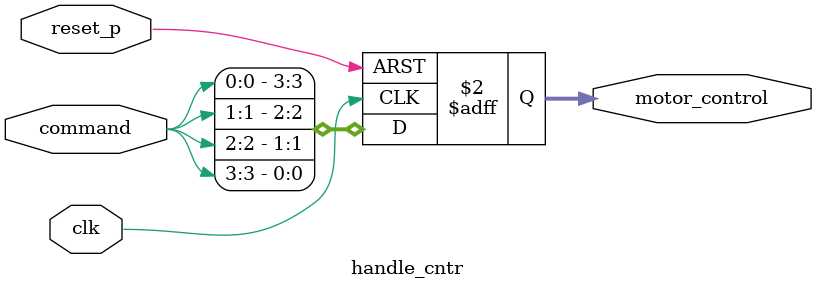
<source format=v>
`timescale 1ns / 1ps


module fnd_cntr(
    input clk, reset_p,
    input [15:0] fnd_value,
    input hex_bcd,
    output [7:0] seg_7,
    output [3:0] com);
    
    wire [15:0] bcd_value;
    bin_to_dec bcd(.bin(fnd_value[11:0]), .bcd(bcd_value));
    
    reg [16:0] clk_div;
    always @(posedge clk)clk_div = clk_div + 1;
    
    anode_selector ring_com(
        .scan_count(clk_div[16:15]), .an_out(com));
    reg [3:0] digit_value; 
    wire [15:0] out_value;
    assign out_value = hex_bcd ? fnd_value : bcd_value;   
    always @(posedge clk or posedge reset_p)begin
        if(reset_p)begin
            digit_value = 0;
        end
        else begin
            case(com)
                4'b1110 : digit_value = out_value[3:0];
                4'b1101 : digit_value = out_value[7:4];
                4'b1011 : digit_value = out_value[11:8];
                4'b0111 : digit_value = out_value[15:12];
            endcase
        end
    end
    seg_decoder dec(.digit_in(digit_value), .seg_out(seg_7));
endmodule

module debounce (
    input clk,
    input btn_in,
    output reg btn_out
);

    reg [15:0] count;
    reg btn_sync_0, btn_sync_1;
    wire stable = (count == 16'hFFFF);

    always @(posedge clk) begin
        btn_sync_0 <= btn_in;
        btn_sync_1 <= btn_sync_0;
    end

    always @(posedge clk) begin
        if(btn_sync_1 == btn_out) begin
            count <= 0;
        end else begin
            count <= count + 1;
            if(stable)
                btn_out <= btn_sync_1;
        end
    end

endmodule

module btn_cntr(
    input clk, reset_p,
    input btn,
    output btn_pedge, btn_nedge);
    wire debounced_btn;
    debounce btn_0(.clk(clk), .btn_in(btn), .btn_out(debounced_btn));
    
    edge_detector_p btn_ed(
        .clk(clk), .reset_p(reset_p), .cp(debounced_btn),
        .p_edge(btn_pedge), .n_edge(btn_nedge));

endmodule

module dht11_cntr(
    input clk, reset_p,
    inout dht11_data,
    output reg [7:0] humidity, temperature,
    output [15:0] led);

    localparam S_IDLE       = 6'b00_0001;
    localparam S_LOW_18MS   = 6'b00_0010;
    localparam S_HIGH_20US  = 6'b00_0100;
    localparam S_LOW_80US   = 6'b00_1000;
    localparam S_HIGH_80US  = 6'b01_0000;
    localparam S_READ_DATA  = 6'b10_0000;
    
    localparam S_WAIT_PEDGE = 2'b01;
    localparam S_WAIT_NEDGE = 2'b10;
    
    wire clk_usec_nedge;
    clock_div_100 us_clk(.clk(clk), .reset_p(reset_p),
        .nedge_div_100(clk_usec_nedge));
    
    reg [21:0] count_usec;
    reg count_usec_e;
    always @(negedge clk, posedge reset_p)begin
        if(reset_p)count_usec = 0;
        else if(clk_usec_nedge && count_usec_e)count_usec = count_usec + 1;
        else if(!count_usec_e)count_usec = 0;
    end
    
    wire dht_nedge, dht_pedge;
    edge_detector_p dht_ed(
        .clk(clk), .reset_p(reset_p), .cp(dht11_data),
        .p_edge(dht_pedge), .n_edge(dht_nedge));
        
    reg dht11_buffer;
    reg dht11_data_out_e;
    assign dht11_data = dht11_data_out_e ? dht11_buffer : 'bz;
    
    reg [5:0] state, next_state;
    assign led[5:0] = state;
    reg [1:0] read_state;
    always @(negedge clk, posedge reset_p)begin
        if(reset_p)state = S_IDLE;
        else state = next_state;
    end
    
    reg [39:0] temp_data;
    reg [5:0] data_count;
    assign led[11:6] = data_count;
    always @(posedge clk, posedge reset_p)begin
        if(reset_p)begin
            next_state = S_IDLE;
            temp_data = 0;
            data_count = 0;
            dht11_data_out_e = 0;
            read_state = S_WAIT_PEDGE;
        end
        else begin
            case(state)
                S_IDLE:begin
                    if(count_usec < 22'd3_000_000)begin //3_000_000
                        count_usec_e = 1;
                        dht11_data_out_e = 0;
                    end
                    else begin
                        count_usec_e = 0;
                        next_state = S_LOW_18MS;
                    end
                end
                S_LOW_18MS   :begin
                    if(count_usec < 22'd18_000)begin //18_000
                        count_usec_e = 1;
                        dht11_data_out_e = 1;
                        dht11_buffer = 0;
                    end
                    else begin
                        count_usec_e = 0;
                        next_state = S_HIGH_20US;
                        dht11_data_out_e = 0;
                    end
                end
                S_HIGH_20US  :begin
                    count_usec_e = 1;
                    if(count_usec > 22'd100_000)begin
                        count_usec_e = 0;
                        next_state = S_IDLE;
                    end
                    if(dht_nedge)begin
                        next_state = S_LOW_80US;
                        count_usec_e = 0;
                    end
                end
                S_LOW_80US   :begin
                    count_usec_e = 1;
                    if(count_usec > 22'd100_000)begin
                        count_usec_e = 0;
                        next_state = S_IDLE;
                    end
                    if(dht_pedge)begin
                        next_state = S_HIGH_80US;
                        count_usec_e = 0;
                    end
                end
                S_HIGH_80US  :begin
                    count_usec_e = 1;
                    if(count_usec > 22'd100_000)begin
                        count_usec_e = 0;
                        next_state = S_IDLE;
                    end
                    if(dht_nedge)begin
                        next_state = S_READ_DATA;
                        count_usec_e = 0;
                    end
                end
                S_READ_DATA  :begin
                    case(read_state)
                        S_WAIT_PEDGE:begin
                            if(dht_pedge)read_state = S_WAIT_NEDGE;
                            count_usec_e = 0;
                        end
                        S_WAIT_NEDGE:begin
                            if(dht_nedge)begin
                                read_state = S_WAIT_PEDGE;
                                data_count = data_count + 1;
                                if(count_usec < 50)temp_data = {temp_data[38:0], 1'b0};
                                else temp_data = {temp_data[38:0], 1'b1};
                            end
                            else begin
                                count_usec_e = 1;
                                if(count_usec > 22'd100_000)begin
                                    count_usec_e = 0;
                                    next_state = S_IDLE;
                                    data_count = 0;
                                    read_state = S_WAIT_PEDGE;
                                end
                            end
                        end
                    endcase
                    if(data_count >= 40)begin
                        next_state = S_IDLE;
                        data_count = 0;
                        if(temp_data[39:32] + temp_data[31:24] + temp_data[23:16] + temp_data[15:8] == temp_data[7:0])begin
                            humidity = temp_data[39:32];
                            temperature = temp_data[23:16];
                        end
                    end
                end
                default: next_state = S_IDLE;
            endcase
        end
    end
endmodule

module hc_sr04_cntr_MHG(
    input clk,
    input reset_p,
    input echo, // HC-SR04 Echo 입력
    output reg trig, // HC-SR04 Trig 출력
    output reg [8:0] distance_cm, // 측정된 거리 (cm)
    output [15:0] led // 디버깅용 LED 출력
    );
    // FSM 상태 정의
    localparam S_IDLE   = 4'b0001; // 대기 상태
    localparam S_SEND   = 4'b0010; // Trig 신호 송신
    localparam S_RECIVE = 4'b0100; // Echo 신호 수신
    localparam S_END    = 4'b1000; // 거리 계산
    // 1us 단위 클럭 생성
    wire clk_usec_pedge;
    clock_div_100 us_clk(
        .clk(clk),
        .reset_p(reset_p),
        .nedge_div_100(clk_usec_pedge)
    );
    reg [21:0] count_usec, start_usec, div_usec_58; // 마이크로초 카운터
    reg count_usec_e, div_usec_e; // 카운터 enable
    // 마이크로초 카운터
    always @(negedge clk or posedge reset_p) begin
        if(reset_p) count_usec <= 0;
        else if(clk_usec_pedge && count_usec_e) count_usec <= count_usec + 1;
        else if(!count_usec_e) count_usec <= 0;
    end
    
    reg [8:0]  distance_cnt;
    always @(negedge clk or posedge reset_p) begin
        if(reset_p)begin
            div_usec_58 = 0;
            distance_cnt = 0;
        end
        else if(clk_usec_pedge && div_usec_e)begin
            if(div_usec_58 >= 57)begin
                div_usec_58 = 0;
                distance_cnt = distance_cnt + 1;
            end
            else div_usec_58 = div_usec_58 + 1;
        end
        else if(!div_usec_e)begin
            div_usec_58 <= 0;
            distance_cnt = 0;
        end
    end
    
    wire echo_nedge, echo_pedge;
    edge_detector_p echo_ed(
        .clk(clk), .reset_p(reset_p), .cp(echo),
        .p_edge(echo_pedge), .n_edge(echo_nedge));
    
    // FSM 상태 레지스터
    reg [3:0] state, next_state;
    reg [21:0] echo_width; // Echo 신호 폭 저장
    assign led[3:0] = state; // 하위 4비트: 상태 표시
    assign led[15] = echo; // Echo 입력 상태 표시
    assign led[14] = trig; // Trig 출력 상태 표시
    // 상태 전이
    always @(negedge clk or posedge reset_p) begin
        if(reset_p) state <= S_IDLE;
        else state <= next_state;
    end
    // FSM 동작
    always @(posedge clk or posedge reset_p) begin
        if(reset_p) begin
            next_state <= S_IDLE;
            trig <= 0;
            count_usec_e <= 0;
            distance_cm <= 0;
        end
        else begin
            case(state)
                S_IDLE: begin
                    trig <= 0;
                    count_usec_e <= 1;
                    if(count_usec > 22'd60_000) begin // 60ms 대기
                        count_usec_e <= 0;
                        next_state <= S_SEND;
                    end
                end
                S_SEND: begin
                    trig <= 1;
                    count_usec_e <= 1;
                    if(count_usec > 22'd12) begin // 12us Trig 신호
                        trig <= 0;
                        count_usec_e <= 0;
                        next_state <= S_RECIVE;
                    end
                end
                S_RECIVE: begin
                    count_usec_e <= 1;
                    if(count_usec > 22'd100_000) begin // 100ms 타임아웃
                        next_state <= S_IDLE;
                    end
                    if(echo_pedge)begin
                        div_usec_e = 1;
                    end
                    else if(echo_nedge) begin// Echo 신호 Low
                        distance_cm = distance_cnt;
                        div_usec_e = 0;
                        next_state <= S_END;
                    end
                end
                S_END: begin
                    next_state <= S_IDLE;
                end
                default: next_state <= S_IDLE;
            endcase
        end
    end
endmodule

module keypad_cntr(
    input clk, reset_p,
    input [3:0] row,
    output reg [3:0] column,
    output reg [3:0] key_value,
    output reg key_valid,
    output reg [4:0] state);

    localparam [4:0] SCAN_0       = 5'b00001;
    localparam [4:0] SCAN_1       = 5'b00010;
    localparam [4:0] SCAN_2       = 5'b00100;
    localparam [4:0] SCAN_3       = 5'b01000;
    localparam [4:0] KEY_PROCESS  = 5'b10000;
    
    reg [19:0] clk_10ms;
    always @(posedge clk)clk_10ms = clk_10ms + 1;
    
    wire clk_10ms_nedge, clk_10ms_pedge;
    edge_detector_p ms_10_ed(
        .clk(clk), .reset_p(reset_p), .cp(clk_10ms[19]),
        .p_edge(clk_10ms_pedge), .n_edge(clk_10ms_nedge));
    
    reg [4:0] next_state;
    always @(posedge clk, posedge reset_p)begin
        if(reset_p)state = SCAN_0;
        else if(clk_10ms_pedge) state = next_state;
    end
    always @* begin
        case(state)
            SCAN_0     : begin
                if(row == 0)next_state = SCAN_1;
                else next_state = KEY_PROCESS;
            end
            SCAN_1     : begin
                if(row == 0)next_state = SCAN_2;
                else next_state = KEY_PROCESS;
            end
            SCAN_2     : begin
                if(row == 0)next_state = SCAN_3;
                else next_state = KEY_PROCESS;
            end
            SCAN_3     : begin
                if(row == 0)next_state = SCAN_0;
                else next_state = KEY_PROCESS;
            end
            KEY_PROCESS: begin
                if(row == 0)next_state = SCAN_0;
                else next_state = KEY_PROCESS;
            end
            default: next_state = SCAN_1;
        endcase
    end
    
    always @(posedge clk, posedge reset_p)begin
        if(reset_p)begin
            column = 4'b0001;
            key_value = 0;
            key_valid = 0;
        end
        else if(clk_10ms_nedge)begin
            case(state)
                SCAN_0     :begin
                    column = 4'b0001;
                    key_valid = 0;
                end
                SCAN_1     :begin
                    column = 4'b0010;
                    key_valid = 0;
                end
                SCAN_2     :begin
                    column = 4'b0100;
                    key_valid = 0;
                end
                SCAN_3     :begin
                    column = 4'b1000;
                    key_valid = 0;
                end
                KEY_PROCESS:begin
                    key_valid = 1;
                    case({column, row})
                        8'b0001_0001: key_value = 4'hC; //C  clear
                        8'b0001_0010: key_value = 4'h0; //0
                        8'b0001_0100: key_value = 4'hF; //F  =
                        8'b0001_1000: key_value = 4'hd; //d  /
                        8'b0010_0001: key_value = 4'h1; //1
                        8'b0010_0010: key_value = 4'h2; //2
                        8'b0010_0100: key_value = 4'h3; //3
                        8'b0010_1000: key_value = 4'hE; //E  *
                        8'b0100_0001: key_value = 4'h4; //4
                        8'b0100_0010: key_value = 4'h5; //5
                        8'b0100_0100: key_value = 4'h6; //6
                        8'b0100_1000: key_value = 4'hb; //b  -
                        8'b1000_0001: key_value = 4'h7; //7
                        8'b1000_0010: key_value = 4'h8; //8
                        8'b1000_0100: key_value = 4'h9; //9
                        8'b1000_1000: key_value = 4'hA; //A  +
                    endcase
                end
            endcase
        end
    end
    
endmodule

module I2C_master(
    input clk, reset_p,
    input [6:0] addr,
    input [7:0] data,
    input rd_wr, comm_start,
    output reg scl, sda,
    output [15:0] led);

    localparam IDLE         = 7'b000_0001;
    localparam COMM_START   = 7'b000_0010;
    localparam SEND_ADDR    = 7'b000_0100;
    localparam RD_ACK       = 7'b000_1000;
    localparam SEND_DATA    = 7'b001_0000;
    localparam SCL_STOP     = 7'b010_0000;
    localparam COMM_STOP    = 7'b100_0000;
    
    wire clk_usec_nedge;
    clock_div_100 us_clk(.clk(clk), .reset_p(reset_p),
        .nedge_div_100(clk_usec_nedge));
    
    wire comm_start_pedge;
    edge_detector_p comm_start_ed(
        .clk(clk), .reset_p(reset_p), .cp(comm_start),
        .p_edge(comm_start_pedge));
        
    wire scl_nedge, scl_pedge;
    edge_detector_p scl_ed(
        .clk(clk), .reset_p(reset_p), .cp(scl),
        .p_edge(scl_pedge), .n_edge(scl_nedge));
        
    reg [2:0] count_usec5;
    reg scl_e;
    always @(posedge clk, posedge reset_p)begin
        if(reset_p)begin
            count_usec5 = 0;
            scl = 0;
        end
        else if(scl_e)begin
            if(clk_usec_nedge)begin
                if(count_usec5 >= 4)begin
                    count_usec5 = 0;
                    scl = ~scl;
                end
                else count_usec5 = count_usec5 + 1;
            end
        end
        else if(!scl_e)begin
            count_usec5 = 0;
            scl = 1;
        end
    end
    
    reg [6:0] state, next_state;
    always @(negedge clk, posedge reset_p)begin
        if(reset_p)state = IDLE;
        else state = next_state;
    end
    
    wire [7:0] addr_rd_wr;
    assign addr_rd_wr = {addr, rd_wr};
    reg [2:0] cnt_bit;
    reg stop_flag;
    always @(posedge clk, posedge reset_p)begin
        if(reset_p)begin
            next_state = IDLE;
            scl_e = 0;
            sda = 1;
            cnt_bit = 7;
            stop_flag = 0;
        end
        else begin
            case(state)
                IDLE        : begin
                    scl_e = 0;
                    sda = 1;
                    if(comm_start_pedge)next_state = COMM_START;
                end
                COMM_START  : begin
                    sda = 0;
                    scl_e = 1;
                    next_state = SEND_ADDR;
                end
                SEND_ADDR   : begin
                    if(scl_nedge)sda = addr_rd_wr[cnt_bit];
                    if(scl_pedge)begin
                        if(cnt_bit == 0)begin
                            cnt_bit = 7;
                            next_state = RD_ACK;
                        end
                        else cnt_bit = cnt_bit - 1;
                    end
                end
                RD_ACK      : begin
                    if(scl_nedge)sda = 'bz;
                    else if(scl_pedge)begin
                        if(stop_flag)begin
                            stop_flag = 0;
                            next_state = SCL_STOP;
                        end
                        else begin
                            stop_flag = 1;
                            next_state = SEND_DATA;
                        end
                    end
                end 
                SEND_DATA   : begin
                    if(scl_nedge)sda = data[cnt_bit];
                    if(scl_pedge)begin
                        if(cnt_bit == 0)begin
                            cnt_bit = 7;
                            next_state = RD_ACK;
                        end
                        else cnt_bit = cnt_bit - 1;
                    end
                end
                SCL_STOP    : begin
                    if(scl_nedge)sda = 0;
                    if(scl_pedge)next_state = COMM_STOP;
                end
                COMM_STOP   : begin
                    if(count_usec5 >= 3)begin
                        scl_e = 0;
                        sda = 1;
                        next_state = IDLE;
                    end
                end
            endcase
        end
    end
endmodule

module i2c_lcd_send_byte(
    input clk, reset_p,
    input [6:0] addr, 
    input [7:0] send_buffer,
    input send, rs,
    output scl, sda,
    output reg busy,
    output [15:0] led);

    localparam IDLE                     = 6'b00_0001;
    localparam SEND_HIGH_NIBBLE_DISABLE = 6'b00_0010;
    localparam SEND_HIGH_NIBBLE_ENABLE  = 6'b00_0100;
    localparam SEND_LOW_NIBBLE_DISABLE  = 6'b00_1000;
    localparam SEND_LOW_NIBBLE_ENABLE   = 6'b01_0000;
    localparam SEND_DISABLE             = 6'b10_0000;
    
    wire clk_usec_nedge;
    clock_div_100 us_clk(.clk(clk), .reset_p(reset_p),
        .nedge_div_100(clk_usec_nedge));
    
    reg [7:0] data;
    reg comm_start;
    
    wire send_pedge;
    edge_detector_p send_ed(
        .clk(clk), .reset_p(reset_p), .cp(send),
        .p_edge(send_pedge));
        
    reg [21:0] count_usec;
    reg count_usec_e;
    always @(negedge clk, posedge reset_p)begin
        if(reset_p)count_usec = 0;
        else if(clk_usec_nedge && count_usec_e)count_usec = count_usec + 1;
        else if(!count_usec_e)count_usec = 0;
    end    
    
    I2C_master master(clk, reset_p, addr, data, 1'b0, comm_start, scl, sda);
    
    reg [5:0] state, next_state;
    always @(negedge clk, posedge reset_p)begin
        if(reset_p)begin
            state = IDLE;
        end
        else begin
            state = next_state;
        end
    end
    
    always @(posedge clk, posedge reset_p)begin
        if(reset_p)begin
            next_state = IDLE;
            comm_start = 0;
            count_usec_e = 0;
            data = 0;
            busy = 0;
        end
        else begin
            case(state)
                IDLE                    :begin
                    if(send_pedge)begin
                        next_state = SEND_HIGH_NIBBLE_DISABLE;
                        busy = 1;
                    end
                end
                SEND_HIGH_NIBBLE_DISABLE:begin
                    if(count_usec <= 22'd200)begin
                                //d7 d6 d5 d4       BL en rw rs    
                        data = {send_buffer[7:4], 3'b100, rs};
                        comm_start = 1;
                        count_usec_e = 1; 
                    end
                    else begin
                        next_state = SEND_HIGH_NIBBLE_ENABLE;
                        count_usec_e = 0;
                        comm_start = 0;
                    end
                end
                SEND_HIGH_NIBBLE_ENABLE :begin
                    if(count_usec <= 22'd200)begin
                                //d7 d6 d5 d4       BL en rw rs    
                        data = {send_buffer[7:4], 3'b110, rs};
                        comm_start = 1;
                        count_usec_e = 1; 
                    end
                    else begin
                        next_state = SEND_LOW_NIBBLE_DISABLE;
                        count_usec_e = 0;
                        comm_start = 0;
                    end
                end
                SEND_LOW_NIBBLE_DISABLE :begin
                    if(count_usec <= 22'd200)begin
                                //d7 d6 d5 d4       BL en rw rs    
                        data = {send_buffer[3:0], 3'b100, rs};
                        comm_start = 1;
                        count_usec_e = 1; 
                    end
                    else begin
                        next_state = SEND_LOW_NIBBLE_ENABLE;
                        count_usec_e = 0;
                        comm_start = 0;
                    end
                end
                SEND_LOW_NIBBLE_ENABLE  :begin
                    if(count_usec <= 22'd200)begin
                                //d7 d6 d5 d4       BL en rw rs    
                        data = {send_buffer[3:0], 3'b110, rs};
                        comm_start = 1;
                        count_usec_e = 1; 
                    end
                    else begin
                        next_state = SEND_DISABLE;
                        count_usec_e = 0;
                        comm_start = 0;
                    end
                end
                SEND_DISABLE            :begin 
                    if(count_usec <= 22'd200)begin
                                //d7 d6 d5 d4       BL en rw rs    
                        data = {send_buffer[7:4], 3'b100, rs};
                        comm_start = 1;
                        count_usec_e = 1; 
                    end
                    else begin
                        next_state = IDLE;
                        count_usec_e = 0;
                        comm_start = 0;
                        busy = 0;
                    end
                end
            endcase
        end
    end
endmodule

module pwm_Nfreq_Nstep(
    input clk, reset_p,
    input [31:0] duty,
    output reg pwm);

    parameter sys_clk_freq = 100_000_000;
    parameter pwm_freq = 10_000;
    parameter duty_step_N = 200;
    parameter temp = sys_clk_freq / pwm_freq / duty_step_N / 2;
    
    integer cnt;
    reg pwm_freqXn;
    always @(posedge clk, posedge reset_p)begin
        if(reset_p)begin
            cnt  = 0;
            pwm_freqXn = 0;
        end
        else begin
            if(cnt >= temp-1)begin
                cnt = 0;
                pwm_freqXn = ~pwm_freqXn;
            end
            else cnt = cnt + 1;
        end
    end
    
    wire pwm_freqXn_nedge;
    edge_detector_p pwm_freqX128_ed(
        .clk(clk), .reset_p(reset_p), .cp(pwm_freqXn),
        .n_edge(pwm_freqXn_nedge));
        
    integer cnt_duty;
    always @(posedge clk, posedge reset_p)begin
        if(reset_p)begin
            cnt_duty = 0;
            pwm = 0;
        end
        else if(pwm_freqXn_nedge)begin
            if(cnt_duty >= duty_step_N)cnt_duty = 0;
            else cnt_duty = cnt_duty + 1;
            if(cnt_duty < duty)pwm = 1;
            else pwm = 0;
        end
    end
    
endmodule

//module handle_cntr(
//    input clk, reset_p,
//    input [3:0] command,
//    output reg left_forward,
//    output reg left_backward,
//    output reg right_forward,
//    output reg right_backward
//);

//// 0001: Forward
//// 0010: Backward
//// 0100: Left
//// 1000: Right

//always @(posedge clk or posedge reset_p) begin
//    if (reset_p) begin
//        left_forward   <= 0;
//        left_backward  <= 0;
//        right_forward  <= 0;
//        right_backward <= 0;
//    end else begin
//        // 기본: 정지
//        left_forward   <= 0;
//        left_backward  <= 0;
//        right_forward  <= 0;
//        right_backward <= 0;

//        case (command)
//            4'b0001: begin // Forward
//                left_forward   <= 1;
//                right_forward  <= 1;
//            end
//            4'b0010: begin // Backward
//                left_backward  <= 1;
//                right_backward <= 1;
//            end
//            4'b0100: begin // Turn Left
//                left_backward  <= 1;
//                right_forward  <= 1;
//            end
//            4'b1000: begin // Turn Right
//                left_forward   <= 1;
//                right_backward <= 1;
//            end
//            default: ; // Stop
//        endcase
//    end
//end

//endmodule

module handle_cntr(
    input clk,
    input reset_p,
    input [3:0] command,
    output reg [3:0] motor_control  // [left_forward, left_backward, right_forward, right_backward]
);

// command[0]: 왼쪽바퀴 전진
// command[1]: 왼쪽바퀴 후진  
// command[2]: 오른쪽바퀴 전진
// command[3]: 오른쪽바퀴 후진

always @(posedge clk or posedge reset_p) begin
    if (reset_p) begin
        motor_control <= 4'b0000;
    end
    else begin
        motor_control[3] <= command[0];  // 왼쪽바퀴 전진
        motor_control[2] <= command[1];  // 왼쪽바퀴 후진
        motor_control[1] <= command[2];  // 오른쪽바퀴 전진
        motor_control[0] <= command[3];  // 오른쪽바퀴 후진
    end
end

endmodule











































</source>
